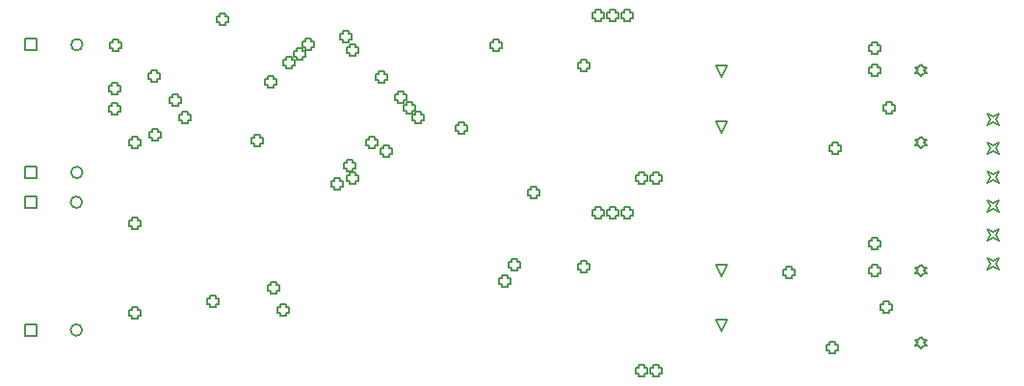
<source format=gbr>
%TF.GenerationSoftware,Altium Limited,Altium Designer,22.1.2 (22)*%
G04 Layer_Color=2752767*
%FSLAX44Y44*%
%MOMM*%
%TF.SameCoordinates,D2A5B157-11BA-4D30-A4C3-CA4352B12235*%
%TF.FilePolarity,Positive*%
%TF.FileFunction,Drawing*%
%TF.Part,Single*%
G01*
G75*
%TA.AperFunction,NonConductor*%
%ADD50C,0.1270*%
%ADD84C,0.1693*%
D50*
X294920Y1071120D02*
Y1081280D01*
X305080D01*
Y1071120D01*
X294920D01*
Y958720D02*
Y968880D01*
X305080D01*
Y958720D01*
X294920D01*
X295280Y1209680D02*
Y1219840D01*
X305440D01*
Y1209680D01*
X295280D01*
Y1097280D02*
Y1107440D01*
X305440D01*
Y1097280D01*
X295280D01*
X906780Y1011190D02*
X901700Y1021350D01*
X911860D01*
X906780Y1011190D01*
Y962390D02*
X901700Y972550D01*
X911860D01*
X906780Y962390D01*
X1082040Y947420D02*
X1084580Y949960D01*
X1087120D01*
X1084580Y952500D01*
X1087120Y955040D01*
X1084580D01*
X1082040Y957580D01*
X1079500Y955040D01*
X1076960D01*
X1079500Y952500D01*
X1076960Y949960D01*
X1079500D01*
X1082040Y947420D01*
Y1010920D02*
X1084580Y1013460D01*
X1087120D01*
X1084580Y1016000D01*
X1087120Y1018540D01*
X1084580D01*
X1082040Y1021080D01*
X1079500Y1018540D01*
X1076960D01*
X1079500Y1016000D01*
X1076960Y1013460D01*
X1079500D01*
X1082040Y1010920D01*
X906780Y1186180D02*
X901700Y1196340D01*
X911860D01*
X906780Y1186180D01*
Y1137380D02*
X901700Y1147540D01*
X911860D01*
X906780Y1137380D01*
X1082040Y1123950D02*
X1084580Y1126490D01*
X1087120D01*
X1084580Y1129030D01*
X1087120Y1131570D01*
X1084580D01*
X1082040Y1134110D01*
X1079500Y1131570D01*
X1076960D01*
X1079500Y1129030D01*
X1076960Y1126490D01*
X1079500D01*
X1082040Y1123950D01*
Y1187450D02*
X1084580Y1189990D01*
X1087120D01*
X1084580Y1192530D01*
X1087120Y1195070D01*
X1084580D01*
X1082040Y1197610D01*
X1079500Y1195070D01*
X1076960D01*
X1079500Y1192530D01*
X1076960Y1189990D01*
X1079500D01*
X1082040Y1187450D01*
X1140460Y1017270D02*
X1143000Y1022350D01*
X1140460Y1027430D01*
X1145540Y1024890D01*
X1150620Y1027430D01*
X1148080Y1022350D01*
X1150620Y1017270D01*
X1145540Y1019810D01*
X1140460Y1017270D01*
Y1144270D02*
X1143000Y1149350D01*
X1140460Y1154430D01*
X1145540Y1151890D01*
X1150620Y1154430D01*
X1148080Y1149350D01*
X1150620Y1144270D01*
X1145540Y1146810D01*
X1140460Y1144270D01*
Y1118870D02*
X1143000Y1123950D01*
X1140460Y1129030D01*
X1145540Y1126490D01*
X1150620Y1129030D01*
X1148080Y1123950D01*
X1150620Y1118870D01*
X1145540Y1121410D01*
X1140460Y1118870D01*
Y1093470D02*
X1143000Y1098550D01*
X1140460Y1103630D01*
X1145540Y1101090D01*
X1150620Y1103630D01*
X1148080Y1098550D01*
X1150620Y1093470D01*
X1145540Y1096010D01*
X1140460Y1093470D01*
Y1068070D02*
X1143000Y1073150D01*
X1140460Y1078230D01*
X1145540Y1075690D01*
X1150620Y1078230D01*
X1148080Y1073150D01*
X1150620Y1068070D01*
X1145540Y1070610D01*
X1140460Y1068070D01*
Y1042670D02*
X1143000Y1047750D01*
X1140460Y1052830D01*
X1145540Y1050290D01*
X1150620Y1052830D01*
X1148080Y1047750D01*
X1150620Y1042670D01*
X1145540Y1045210D01*
X1140460Y1042670D01*
X388460Y1055460D02*
Y1052920D01*
X393540D01*
Y1055460D01*
X396080D01*
Y1060540D01*
X393540D01*
Y1063080D01*
X388460D01*
Y1060540D01*
X385920D01*
Y1055460D01*
X388460D01*
X847090Y925830D02*
Y923290D01*
X852170D01*
Y925830D01*
X854710D01*
Y930910D01*
X852170D01*
Y933450D01*
X847090D01*
Y930910D01*
X844550D01*
Y925830D01*
X847090D01*
X834390D02*
Y923290D01*
X839470D01*
Y925830D01*
X842010D01*
Y930910D01*
X839470D01*
Y933450D01*
X834390D01*
Y930910D01*
X831850D01*
Y925830D01*
X834390D01*
X424180Y1163320D02*
Y1160780D01*
X429260D01*
Y1163320D01*
X431800D01*
Y1168400D01*
X429260D01*
Y1170940D01*
X424180D01*
Y1168400D01*
X421640D01*
Y1163320D01*
X424180D01*
X739140Y1082040D02*
Y1079500D01*
X744220D01*
Y1082040D01*
X746760D01*
Y1087120D01*
X744220D01*
Y1089660D01*
X739140D01*
Y1087120D01*
X736600D01*
Y1082040D01*
X739140D01*
X370840Y1155700D02*
Y1153160D01*
X375920D01*
Y1155700D01*
X378460D01*
Y1160780D01*
X375920D01*
Y1163320D01*
X370840D01*
Y1160780D01*
X368300D01*
Y1155700D01*
X370840D01*
X713740Y1004570D02*
Y1002030D01*
X718820D01*
Y1004570D01*
X721360D01*
Y1009650D01*
X718820D01*
Y1012190D01*
X713740D01*
Y1009650D01*
X711200D01*
Y1004570D01*
X713740D01*
X963930Y1012190D02*
Y1009650D01*
X969010D01*
Y1012190D01*
X971550D01*
Y1017270D01*
X969010D01*
Y1019810D01*
X963930D01*
Y1017270D01*
X961390D01*
Y1012190D01*
X963930D01*
X457200Y986790D02*
Y984250D01*
X462280D01*
Y986790D01*
X464820D01*
Y991870D01*
X462280D01*
Y994410D01*
X457200D01*
Y991870D01*
X454660D01*
Y986790D01*
X457200D01*
X722630Y1018540D02*
Y1016000D01*
X727710D01*
Y1018540D01*
X730250D01*
Y1023620D01*
X727710D01*
Y1026160D01*
X722630D01*
Y1023620D01*
X720090D01*
Y1018540D01*
X722630D01*
X1004570Y1121410D02*
Y1118870D01*
X1009650D01*
Y1121410D01*
X1012190D01*
Y1126490D01*
X1009650D01*
Y1129030D01*
X1004570D01*
Y1126490D01*
X1002030D01*
Y1121410D01*
X1004570D01*
X1002030Y946150D02*
Y943610D01*
X1007110D01*
Y946150D01*
X1009650D01*
Y951230D01*
X1007110D01*
Y953770D01*
X1002030D01*
Y951230D01*
X999490D01*
Y946150D01*
X1002030D01*
X1051560Y1156970D02*
Y1154430D01*
X1056640D01*
Y1156970D01*
X1059180D01*
Y1162050D01*
X1056640D01*
Y1164590D01*
X1051560D01*
Y1162050D01*
X1049020D01*
Y1156970D01*
X1051560D01*
X1049020Y981710D02*
Y979170D01*
X1054100D01*
Y981710D01*
X1056640D01*
Y986790D01*
X1054100D01*
Y989330D01*
X1049020D01*
Y986790D01*
X1046480D01*
Y981710D01*
X1049020D01*
X1038860Y1013460D02*
Y1010920D01*
X1043940D01*
Y1013460D01*
X1046480D01*
Y1018540D01*
X1043940D01*
Y1021080D01*
X1038860D01*
Y1018540D01*
X1036320D01*
Y1013460D01*
X1038860D01*
Y1189990D02*
Y1187450D01*
X1043940D01*
Y1189990D01*
X1046480D01*
Y1195070D01*
X1043940D01*
Y1197610D01*
X1038860D01*
Y1195070D01*
X1036320D01*
Y1189990D01*
X1038860D01*
Y1037590D02*
Y1035050D01*
X1043940D01*
Y1037590D01*
X1046480D01*
Y1042670D01*
X1043940D01*
Y1045210D01*
X1038860D01*
Y1042670D01*
X1036320D01*
Y1037590D01*
X1038860D01*
Y1209040D02*
Y1206500D01*
X1043940D01*
Y1209040D01*
X1046480D01*
Y1214120D01*
X1043940D01*
Y1216660D01*
X1038860D01*
Y1214120D01*
X1036320D01*
Y1209040D01*
X1038860D01*
X533400Y1203960D02*
Y1201420D01*
X538480D01*
Y1203960D01*
X541020D01*
Y1209040D01*
X538480D01*
Y1211580D01*
X533400D01*
Y1209040D01*
X530860D01*
Y1203960D01*
X533400D01*
X524510Y1196340D02*
Y1193800D01*
X529590D01*
Y1196340D01*
X532130D01*
Y1201420D01*
X529590D01*
Y1203960D01*
X524510D01*
Y1201420D01*
X521970D01*
Y1196340D01*
X524510D01*
X370840Y1173480D02*
Y1170940D01*
X375920D01*
Y1173480D01*
X378460D01*
Y1178560D01*
X375920D01*
Y1181100D01*
X370840D01*
Y1178560D01*
X368300D01*
Y1173480D01*
X370840D01*
X406400Y1132840D02*
Y1130300D01*
X411480D01*
Y1132840D01*
X414020D01*
Y1137920D01*
X411480D01*
Y1140460D01*
X406400D01*
Y1137920D01*
X403860D01*
Y1132840D01*
X406400D01*
X388620Y1126490D02*
Y1123950D01*
X393700D01*
Y1126490D01*
X396240D01*
Y1131570D01*
X393700D01*
Y1134110D01*
X388620D01*
Y1131570D01*
X386080D01*
Y1126490D01*
X388620D01*
X605790Y1183640D02*
Y1181100D01*
X610870D01*
Y1183640D01*
X613410D01*
Y1188720D01*
X610870D01*
Y1191260D01*
X605790D01*
Y1188720D01*
X603250D01*
Y1183640D01*
X605790D01*
X637540Y1148080D02*
Y1145540D01*
X642620D01*
Y1148080D01*
X645160D01*
Y1153160D01*
X642620D01*
Y1155700D01*
X637540D01*
Y1153160D01*
X635000D01*
Y1148080D01*
X637540D01*
X629920Y1156970D02*
Y1154430D01*
X635000D01*
Y1156970D01*
X637540D01*
Y1162050D01*
X635000D01*
Y1164590D01*
X629920D01*
Y1162050D01*
X627380D01*
Y1156970D01*
X629920D01*
X622300Y1165860D02*
Y1163320D01*
X627380D01*
Y1165860D01*
X629920D01*
Y1170940D01*
X627380D01*
Y1173480D01*
X622300D01*
Y1170940D01*
X619760D01*
Y1165860D01*
X622300D01*
X609600Y1118870D02*
Y1116330D01*
X614680D01*
Y1118870D01*
X617220D01*
Y1123950D01*
X614680D01*
Y1126490D01*
X609600D01*
Y1123950D01*
X607060D01*
Y1118870D01*
X609600D01*
X580390Y1094740D02*
Y1092200D01*
X585470D01*
Y1094740D01*
X588010D01*
Y1099820D01*
X585470D01*
Y1102360D01*
X580390D01*
Y1099820D01*
X577850D01*
Y1094740D01*
X580390D01*
X577850Y1106170D02*
Y1103630D01*
X582930D01*
Y1106170D01*
X585470D01*
Y1111250D01*
X582930D01*
Y1113790D01*
X577850D01*
Y1111250D01*
X575310D01*
Y1106170D01*
X577850D01*
X566420Y1089660D02*
Y1087120D01*
X571500D01*
Y1089660D01*
X574040D01*
Y1094740D01*
X571500D01*
Y1097280D01*
X566420D01*
Y1094740D01*
X563880D01*
Y1089660D01*
X566420D01*
X466090Y1234440D02*
Y1231900D01*
X471170D01*
Y1234440D01*
X473710D01*
Y1239520D01*
X471170D01*
Y1242060D01*
X466090D01*
Y1239520D01*
X463550D01*
Y1234440D01*
X466090D01*
X388620Y976630D02*
Y974090D01*
X393700D01*
Y976630D01*
X396240D01*
Y981710D01*
X393700D01*
Y984250D01*
X388620D01*
Y981710D01*
X386080D01*
Y976630D01*
X388620D01*
X541020Y1212850D02*
Y1210310D01*
X546100D01*
Y1212850D01*
X548640D01*
Y1217930D01*
X546100D01*
Y1220470D01*
X541020D01*
Y1217930D01*
X538480D01*
Y1212850D01*
X541020D01*
X372110Y1211580D02*
Y1209040D01*
X377190D01*
Y1211580D01*
X379730D01*
Y1216660D01*
X377190D01*
Y1219200D01*
X372110D01*
Y1216660D01*
X369570D01*
Y1211580D01*
X372110D01*
X675640Y1139190D02*
Y1136650D01*
X680720D01*
Y1139190D01*
X683260D01*
Y1144270D01*
X680720D01*
Y1146810D01*
X675640D01*
Y1144270D01*
X673100D01*
Y1139190D01*
X675640D01*
X706120Y1211580D02*
Y1209040D01*
X711200D01*
Y1211580D01*
X713740D01*
Y1216660D01*
X711200D01*
Y1219200D01*
X706120D01*
Y1216660D01*
X703580D01*
Y1211580D01*
X706120D01*
X496570Y1127760D02*
Y1125220D01*
X501650D01*
Y1127760D01*
X504190D01*
Y1132840D01*
X501650D01*
Y1135380D01*
X496570D01*
Y1132840D01*
X494030D01*
Y1127760D01*
X496570D01*
X405940Y1185030D02*
Y1182490D01*
X411020D01*
Y1185030D01*
X413560D01*
Y1190110D01*
X411020D01*
Y1192650D01*
X405940D01*
Y1190110D01*
X403400D01*
Y1185030D01*
X405940D01*
X847090Y1094740D02*
Y1092200D01*
X852170D01*
Y1094740D01*
X854710D01*
Y1099820D01*
X852170D01*
Y1102360D01*
X847090D01*
Y1099820D01*
X844550D01*
Y1094740D01*
X847090D01*
X834390D02*
Y1092200D01*
X839470D01*
Y1094740D01*
X842010D01*
Y1099820D01*
X839470D01*
Y1102360D01*
X834390D01*
Y1099820D01*
X831850D01*
Y1094740D01*
X834390D01*
X783590Y1017270D02*
Y1014730D01*
X788670D01*
Y1017270D01*
X791210D01*
Y1022350D01*
X788670D01*
Y1024890D01*
X783590D01*
Y1022350D01*
X781050D01*
Y1017270D01*
X783590D01*
Y1193800D02*
Y1191260D01*
X788670D01*
Y1193800D01*
X791210D01*
Y1198880D01*
X788670D01*
Y1201420D01*
X783590D01*
Y1198880D01*
X781050D01*
Y1193800D01*
X783590D01*
X508000Y1179830D02*
Y1177290D01*
X513080D01*
Y1179830D01*
X515620D01*
Y1184910D01*
X513080D01*
Y1187450D01*
X508000D01*
Y1184910D01*
X505460D01*
Y1179830D01*
X508000D01*
X821690Y1064260D02*
Y1061720D01*
X826770D01*
Y1064260D01*
X829310D01*
Y1069340D01*
X826770D01*
Y1071880D01*
X821690D01*
Y1069340D01*
X819150D01*
Y1064260D01*
X821690D01*
X808990D02*
Y1061720D01*
X814070D01*
Y1064260D01*
X816610D01*
Y1069340D01*
X814070D01*
Y1071880D01*
X808990D01*
Y1069340D01*
X806450D01*
Y1064260D01*
X808990D01*
X796290D02*
Y1061720D01*
X801370D01*
Y1064260D01*
X803910D01*
Y1069340D01*
X801370D01*
Y1071880D01*
X796290D01*
Y1069340D01*
X793750D01*
Y1064260D01*
X796290D01*
X821690Y1238250D02*
Y1235710D01*
X826770D01*
Y1238250D01*
X829310D01*
Y1243330D01*
X826770D01*
Y1245870D01*
X821690D01*
Y1243330D01*
X819150D01*
Y1238250D01*
X821690D01*
X808990D02*
Y1235710D01*
X814070D01*
Y1238250D01*
X816610D01*
Y1243330D01*
X814070D01*
Y1245870D01*
X808990D01*
Y1243330D01*
X806450D01*
Y1238250D01*
X808990D01*
X796290D02*
Y1235710D01*
X801370D01*
Y1238250D01*
X803910D01*
Y1243330D01*
X801370D01*
Y1245870D01*
X796290D01*
Y1243330D01*
X793750D01*
Y1238250D01*
X796290D01*
X433070Y1148080D02*
Y1145540D01*
X438150D01*
Y1148080D01*
X440690D01*
Y1153160D01*
X438150D01*
Y1155700D01*
X433070D01*
Y1153160D01*
X430530D01*
Y1148080D01*
X433070D01*
X574040Y1219200D02*
Y1216660D01*
X579120D01*
Y1219200D01*
X581660D01*
Y1224280D01*
X579120D01*
Y1226820D01*
X574040D01*
Y1224280D01*
X571500D01*
Y1219200D01*
X574040D01*
X580390Y1207770D02*
Y1205230D01*
X585470D01*
Y1207770D01*
X588010D01*
Y1212850D01*
X585470D01*
Y1215390D01*
X580390D01*
Y1212850D01*
X577850D01*
Y1207770D01*
X580390D01*
X596900Y1126490D02*
Y1123950D01*
X601980D01*
Y1126490D01*
X604520D01*
Y1131570D01*
X601980D01*
Y1134110D01*
X596900D01*
Y1131570D01*
X594360D01*
Y1126490D01*
X596900D01*
X510540Y998220D02*
Y995680D01*
X515620D01*
Y998220D01*
X518160D01*
Y1003300D01*
X515620D01*
Y1005840D01*
X510540D01*
Y1003300D01*
X508000D01*
Y998220D01*
X510540D01*
X519430Y979170D02*
Y976630D01*
X524510D01*
Y979170D01*
X527050D01*
Y984250D01*
X524510D01*
Y986790D01*
X519430D01*
Y984250D01*
X516890D01*
Y979170D01*
X519430D01*
D84*
X345080Y963800D02*
G03*
X345080Y963800I-5080J0D01*
G01*
Y1076200D02*
G03*
X345080Y1076200I-5080J0D01*
G01*
X345440Y1102360D02*
G03*
X345440Y1102360I-5080J0D01*
G01*
Y1214760D02*
G03*
X345440Y1214760I-5080J0D01*
G01*
%TF.MD5,28ca7e7586711d7162f6b75ba67a0341*%
M02*

</source>
